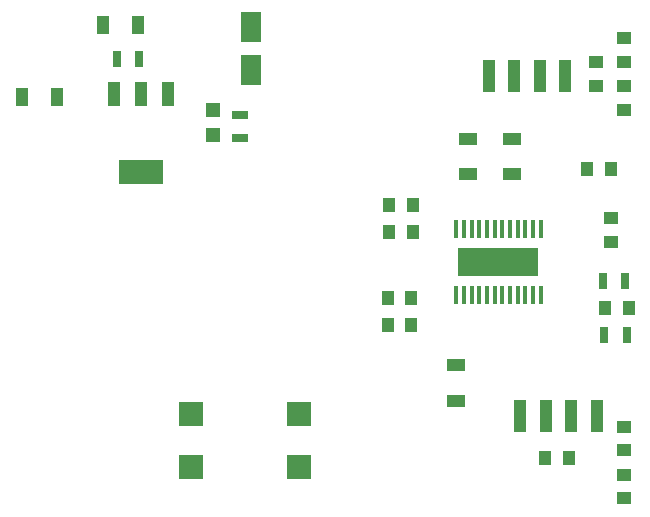
<source format=gtp>
G04 #@! TF.FileFunction,Paste,Top*
%FSLAX46Y46*%
G04 Gerber Fmt 4.6, Leading zero omitted, Abs format (unit mm)*
G04 Created by KiCad (PCBNEW 4.0.0-2.201512072331+6194~38~ubuntu14.04.1-stable) date Tue 16 Aug 2016 09:34:35 AM CEST*
%MOMM*%
G01*
G04 APERTURE LIST*
%ADD10C,0.100000*%
%ADD11R,1.050800X1.650800*%
%ADD12R,1.300800X1.050800*%
%ADD13R,1.650800X1.050800*%
%ADD14R,1.651000X2.651760*%
%ADD15R,1.050800X1.300800*%
%ADD16R,1.041400X2.743200*%
%ADD17R,0.750800X1.350800*%
%ADD18R,2.159000X2.159000*%
%ADD19R,3.708400X2.082800*%
%ADD20R,1.066800X2.082800*%
%ADD21R,1.350800X0.750800*%
%ADD22R,1.249680X1.249680*%
%ADD23R,0.300800X1.600800*%
%ADD24R,6.800000X2.400000*%
G04 APERTURE END LIST*
D10*
D11*
X104926000Y-90678000D03*
X107926000Y-90678000D03*
X111784000Y-84582000D03*
X114784000Y-84582000D03*
D12*
X153543000Y-89773000D03*
X153543000Y-87773000D03*
X155956000Y-85741000D03*
X155956000Y-87741000D03*
D13*
X142748000Y-94258000D03*
X142748000Y-97258000D03*
D14*
X124333000Y-84813140D03*
X124333000Y-88414860D03*
D13*
X141732000Y-116435000D03*
X141732000Y-113435000D03*
X146431000Y-94258000D03*
X146431000Y-97258000D03*
D12*
X155956000Y-91805000D03*
X155956000Y-89805000D03*
D15*
X151241000Y-121285000D03*
X149241000Y-121285000D03*
D12*
X155956000Y-122698000D03*
X155956000Y-124698000D03*
D15*
X138033000Y-99822000D03*
X136033000Y-99822000D03*
X138033000Y-102108000D03*
X136033000Y-102108000D03*
X137906000Y-109982000D03*
X135906000Y-109982000D03*
X137906000Y-107696000D03*
X135906000Y-107696000D03*
D12*
X155956000Y-120634000D03*
X155956000Y-118634000D03*
D15*
X154321000Y-108585000D03*
X156321000Y-108585000D03*
D12*
X154813000Y-100981000D03*
X154813000Y-102981000D03*
D15*
X154797000Y-96774000D03*
X152797000Y-96774000D03*
D16*
X144449800Y-88900000D03*
X146634200Y-88900000D03*
X150952200Y-88900000D03*
X148767800Y-88900000D03*
X147116800Y-117729000D03*
X149301200Y-117729000D03*
X153619200Y-117729000D03*
X151434800Y-117729000D03*
D17*
X114869000Y-87503000D03*
X112969000Y-87503000D03*
X156144000Y-110871000D03*
X154244000Y-110871000D03*
X154117000Y-106299000D03*
X156017000Y-106299000D03*
D18*
X128384300Y-122008900D03*
X119265700Y-122008900D03*
X128384300Y-117513100D03*
X119265700Y-117513100D03*
D19*
X115062000Y-97028000D03*
D20*
X115062000Y-90424000D03*
X112776000Y-90424000D03*
X117348000Y-90424000D03*
D21*
X123444000Y-94168000D03*
X123444000Y-92268000D03*
D22*
X121158000Y-91787980D03*
X121158000Y-93886020D03*
D23*
X141713000Y-107448000D03*
X142363000Y-107448000D03*
X143013000Y-107448000D03*
X143663000Y-107448000D03*
X144313000Y-107448000D03*
X144963000Y-107448000D03*
X145613000Y-107448000D03*
X146263000Y-107448000D03*
X146913000Y-107448000D03*
X147563000Y-107448000D03*
X148213000Y-107448000D03*
X148863000Y-107448000D03*
X148863000Y-101848000D03*
X148213000Y-101848000D03*
X147563000Y-101848000D03*
X146913000Y-101848000D03*
X146263000Y-101848000D03*
X145613000Y-101848000D03*
X144963000Y-101848000D03*
X144313000Y-101848000D03*
X143663000Y-101848000D03*
X143013000Y-101848000D03*
X142363000Y-101848000D03*
X141713000Y-101848000D03*
D24*
X145288000Y-104648000D03*
M02*

</source>
